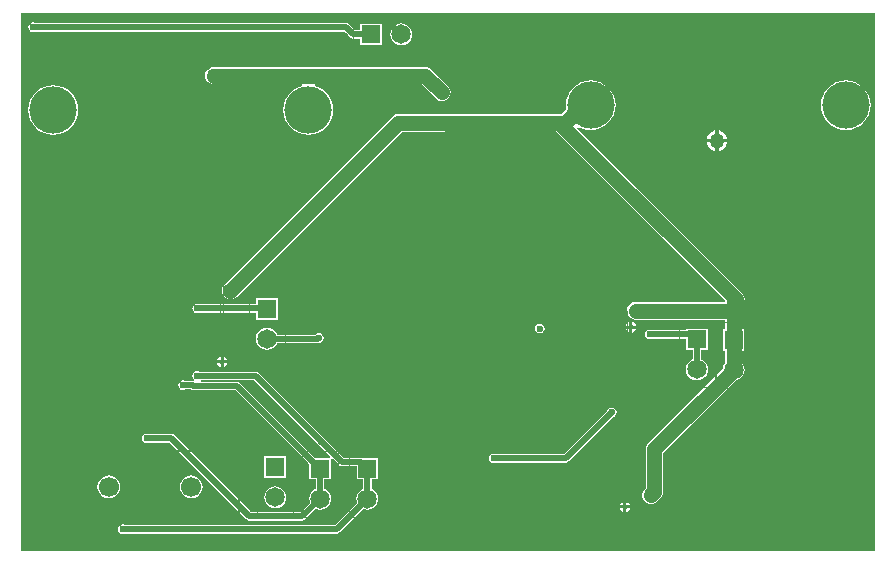
<source format=gbl>
G04*
G04 #@! TF.GenerationSoftware,Altium Limited,Altium Designer,19.1.8 (144)*
G04*
G04 Layer_Physical_Order=2*
G04 Layer_Color=16711680*
%FSLAX42Y42*%
%MOMM*%
G71*
G01*
G75*
%ADD12C,0.20*%
%ADD13C,0.13*%
%ADD15C,0.10*%
%ADD16C,0.05*%
%ADD43C,0.50*%
%ADD44C,1.27*%
%ADD47C,1.65*%
%ADD48R,1.65X1.65*%
%ADD49R,1.65X1.65*%
%ADD50C,4.00*%
%ADD51C,1.70*%
%ADD52C,0.40*%
%ADD53C,1.27*%
%ADD54C,0.60*%
G36*
X7260Y30D02*
X30D01*
Y4580D01*
X7260D01*
Y30D01*
D02*
G37*
%LPC*%
G36*
X130Y4501D02*
X114Y4498D01*
X101Y4489D01*
X92Y4476D01*
X89Y4460D01*
X92Y4444D01*
X101Y4431D01*
X114Y4422D01*
X130Y4419D01*
X146Y4422D01*
X149Y4424D01*
X2761D01*
X2810Y4375D01*
X2822Y4367D01*
X2835Y4364D01*
X2901D01*
Y4307D01*
X3086D01*
Y4492D01*
X2901D01*
Y4436D01*
X2850D01*
X2801Y4485D01*
X2789Y4493D01*
X2775Y4496D01*
X149D01*
X146Y4498D01*
X130Y4501D01*
D02*
G37*
G36*
X3247Y4493D02*
X3223Y4490D01*
X3200Y4481D01*
X3181Y4466D01*
X3166Y4447D01*
X3157Y4424D01*
X3154Y4400D01*
X3157Y4376D01*
X3166Y4353D01*
X3181Y4334D01*
X3200Y4319D01*
X3223Y4310D01*
X3247Y4307D01*
X3271Y4310D01*
X3294Y4319D01*
X3313Y4334D01*
X3328Y4353D01*
X3337Y4376D01*
X3340Y4400D01*
X3337Y4424D01*
X3328Y4447D01*
X3313Y4466D01*
X3294Y4481D01*
X3271Y4490D01*
X3247Y4493D01*
D02*
G37*
G36*
X3450Y4124D02*
X1660D01*
X1641Y4122D01*
X1623Y4114D01*
X1608Y4102D01*
X1596Y4087D01*
X1588Y4069D01*
X1586Y4050D01*
X1588Y4031D01*
X1596Y4013D01*
X1608Y3998D01*
X1623Y3986D01*
X1641Y3978D01*
X1660Y3976D01*
X2404D01*
X2406Y3963D01*
X2379Y3955D01*
X2343Y3935D01*
X2311Y3909D01*
X2285Y3877D01*
X2265Y3841D01*
X2253Y3801D01*
X2249Y3760D01*
X2253Y3719D01*
X2265Y3679D01*
X2285Y3643D01*
X2311Y3611D01*
X2343Y3585D01*
X2379Y3565D01*
X2419Y3553D01*
X2460Y3549D01*
X2501Y3553D01*
X2541Y3565D01*
X2577Y3585D01*
X2609Y3611D01*
X2635Y3643D01*
X2655Y3679D01*
X2667Y3719D01*
X2671Y3760D01*
X2667Y3801D01*
X2655Y3841D01*
X2635Y3877D01*
X2609Y3909D01*
X2577Y3935D01*
X2541Y3955D01*
X2514Y3963D01*
X2516Y3976D01*
X3419D01*
X3538Y3858D01*
X3553Y3846D01*
X3571Y3838D01*
X3590Y3836D01*
X3609Y3838D01*
X3627Y3846D01*
X3642Y3858D01*
X3654Y3873D01*
X3662Y3891D01*
X3664Y3910D01*
X3662Y3929D01*
X3654Y3947D01*
X3642Y3962D01*
X3502Y4102D01*
X3487Y4114D01*
X3487Y4114D01*
X3480Y4117D01*
X3469Y4122D01*
X3465Y4122D01*
X3450Y4124D01*
D02*
G37*
G36*
X4850Y4011D02*
X4809Y4007D01*
X4769Y3995D01*
X4733Y3975D01*
X4701Y3949D01*
X4675Y3917D01*
X4655Y3881D01*
X4643Y3841D01*
X4639Y3800D01*
X4642Y3771D01*
X4600Y3728D01*
X3594D01*
X3594Y3728D01*
X3594Y3728D01*
X3585Y3727D01*
X3575Y3726D01*
X3575Y3726D01*
X3575Y3726D01*
X3571Y3724D01*
X3220D01*
X3201Y3722D01*
X3183Y3714D01*
X3168Y3702D01*
X1748Y2282D01*
X1736Y2267D01*
X1728Y2249D01*
X1726Y2230D01*
X1728Y2211D01*
X1736Y2193D01*
X1748Y2178D01*
X1763Y2166D01*
X1781Y2158D01*
X1800Y2156D01*
X1819Y2158D01*
X1837Y2166D01*
X1852Y2178D01*
X3251Y3576D01*
X3590D01*
X3590Y3576D01*
X3590Y3576D01*
X3600Y3577D01*
X3609Y3578D01*
X3609Y3578D01*
X3609Y3578D01*
X3613Y3580D01*
X4555D01*
X5987Y2148D01*
X5986Y2140D01*
Y2134D01*
X5230D01*
X5230Y2134D01*
X5211Y2132D01*
X5193Y2124D01*
X5178Y2112D01*
X5166Y2097D01*
X5158Y2079D01*
X5156Y2060D01*
X5158Y2041D01*
X5166Y2023D01*
X5178Y2008D01*
X5193Y1996D01*
X5211Y1988D01*
X5230Y1986D01*
X5986D01*
Y1907D01*
X5967D01*
Y1722D01*
X5986D01*
Y1615D01*
X5979Y1607D01*
X5970Y1584D01*
X5968Y1573D01*
X5338Y942D01*
X5326Y927D01*
X5318Y909D01*
X5316Y890D01*
Y561D01*
X5308Y552D01*
X5301Y544D01*
X5296Y537D01*
X5296Y537D01*
X5296Y537D01*
X5292Y529D01*
X5288Y519D01*
X5288Y519D01*
X5288Y519D01*
X5287Y511D01*
X5286Y500D01*
X5286Y500D01*
X5286Y500D01*
X5287Y490D01*
X5288Y481D01*
X5288Y481D01*
X5288Y481D01*
X5292Y472D01*
X5296Y463D01*
X5296Y463D01*
X5296Y463D01*
X5302Y454D01*
X5308Y448D01*
X5308Y448D01*
X5308Y448D01*
X5316Y441D01*
X5323Y436D01*
X5323Y436D01*
X5323Y436D01*
X5331Y432D01*
X5341Y428D01*
X5341Y428D01*
X5341Y428D01*
X5349Y427D01*
X5360Y426D01*
X5360Y426D01*
X5360Y426D01*
X5370Y427D01*
X5379Y428D01*
X5379Y428D01*
X5379Y428D01*
X5388Y432D01*
X5397Y436D01*
X5397Y436D01*
X5397Y436D01*
X5406Y442D01*
X5412Y448D01*
X5412Y448D01*
X5412Y448D01*
X5442Y478D01*
X5449Y486D01*
X5454Y493D01*
X5454Y493D01*
X5454Y493D01*
X5458Y502D01*
X5462Y511D01*
X5462Y511D01*
X5462Y511D01*
X5463Y520D01*
X5464Y530D01*
Y859D01*
X6073Y1468D01*
X6084Y1470D01*
X6107Y1479D01*
X6126Y1494D01*
X6141Y1513D01*
X6150Y1536D01*
X6153Y1560D01*
X6150Y1584D01*
X6141Y1607D01*
X6134Y1615D01*
Y1722D01*
X6152D01*
Y1907D01*
X6134D01*
Y2060D01*
Y2110D01*
X6144Y2123D01*
X6152Y2141D01*
X6154Y2160D01*
X6152Y2179D01*
X6144Y2197D01*
X6132Y2212D01*
X4737Y3608D01*
X4745Y3618D01*
X4769Y3605D01*
X4809Y3593D01*
X4850Y3589D01*
X4891Y3593D01*
X4931Y3605D01*
X4967Y3625D01*
X4999Y3651D01*
X5025Y3683D01*
X5045Y3719D01*
X5057Y3759D01*
X5061Y3800D01*
X5057Y3841D01*
X5045Y3881D01*
X5025Y3917D01*
X4999Y3949D01*
X4967Y3975D01*
X4931Y3995D01*
X4891Y4007D01*
X4850Y4011D01*
D02*
G37*
G36*
X7010D02*
X6969Y4007D01*
X6929Y3995D01*
X6893Y3975D01*
X6861Y3949D01*
X6835Y3917D01*
X6815Y3881D01*
X6803Y3841D01*
X6799Y3800D01*
X6803Y3759D01*
X6815Y3719D01*
X6835Y3683D01*
X6861Y3651D01*
X6893Y3625D01*
X6929Y3605D01*
X6969Y3593D01*
X7010Y3589D01*
X7051Y3593D01*
X7091Y3605D01*
X7127Y3625D01*
X7159Y3651D01*
X7185Y3683D01*
X7205Y3719D01*
X7217Y3759D01*
X7221Y3800D01*
X7217Y3841D01*
X7205Y3881D01*
X7185Y3917D01*
X7159Y3949D01*
X7127Y3975D01*
X7091Y3995D01*
X7051Y4007D01*
X7010Y4011D01*
D02*
G37*
G36*
X300Y3971D02*
X259Y3967D01*
X219Y3955D01*
X183Y3935D01*
X151Y3909D01*
X125Y3877D01*
X105Y3841D01*
X93Y3801D01*
X89Y3760D01*
X93Y3719D01*
X105Y3679D01*
X125Y3643D01*
X151Y3611D01*
X183Y3585D01*
X219Y3565D01*
X259Y3553D01*
X300Y3549D01*
X341Y3553D01*
X381Y3565D01*
X417Y3585D01*
X449Y3611D01*
X475Y3643D01*
X495Y3679D01*
X507Y3719D01*
X511Y3760D01*
X507Y3801D01*
X495Y3841D01*
X475Y3877D01*
X449Y3909D01*
X417Y3935D01*
X381Y3955D01*
X341Y3967D01*
X300Y3971D01*
D02*
G37*
G36*
X5933Y3588D02*
Y3513D01*
X6008D01*
X6007Y3523D01*
X5998Y3545D01*
X5983Y3563D01*
X5965Y3578D01*
X5943Y3587D01*
X5933Y3588D01*
D02*
G37*
G36*
X5907D02*
X5897Y3587D01*
X5875Y3578D01*
X5857Y3563D01*
X5842Y3545D01*
X5833Y3523D01*
X5832Y3513D01*
X5907D01*
Y3588D01*
D02*
G37*
G36*
X6008Y3487D02*
X5933D01*
Y3412D01*
X5943Y3413D01*
X5965Y3422D01*
X5983Y3437D01*
X5998Y3455D01*
X6007Y3477D01*
X6008Y3487D01*
D02*
G37*
G36*
X5907D02*
X5832D01*
X5833Y3477D01*
X5842Y3455D01*
X5857Y3437D01*
X5875Y3422D01*
X5897Y3413D01*
X5907Y3412D01*
Y3487D01*
D02*
G37*
G36*
X2202Y2169D02*
X2017D01*
Y2116D01*
X1539D01*
X1536Y2118D01*
X1520Y2121D01*
X1504Y2118D01*
X1491Y2109D01*
X1482Y2096D01*
X1479Y2080D01*
X1482Y2064D01*
X1491Y2051D01*
X1504Y2042D01*
X1520Y2039D01*
X1536Y2042D01*
X1539Y2044D01*
X2017D01*
Y1984D01*
X2202D01*
Y2169D01*
D02*
G37*
G36*
X5203Y1964D02*
Y1933D01*
X5234D01*
X5233Y1938D01*
X5223Y1953D01*
X5208Y1963D01*
X5203Y1964D01*
D02*
G37*
G36*
X5177D02*
X5172Y1963D01*
X5157Y1953D01*
X5147Y1938D01*
X5146Y1933D01*
X5177D01*
Y1964D01*
D02*
G37*
G36*
X5842Y1909D02*
X5657D01*
Y1896D01*
X5369D01*
X5366Y1898D01*
X5350Y1901D01*
X5334Y1898D01*
X5321Y1889D01*
X5312Y1876D01*
X5309Y1860D01*
X5312Y1844D01*
X5321Y1831D01*
X5334Y1822D01*
X5350Y1819D01*
X5366Y1822D01*
X5369Y1824D01*
X5657D01*
Y1724D01*
X5714D01*
Y1648D01*
X5703Y1644D01*
X5684Y1629D01*
X5669Y1610D01*
X5660Y1587D01*
X5657Y1563D01*
X5660Y1539D01*
X5669Y1516D01*
X5684Y1497D01*
X5703Y1482D01*
X5726Y1473D01*
X5750Y1470D01*
X5774Y1473D01*
X5797Y1482D01*
X5816Y1497D01*
X5831Y1516D01*
X5840Y1539D01*
X5843Y1563D01*
X5840Y1587D01*
X5831Y1610D01*
X5816Y1629D01*
X5797Y1644D01*
X5786Y1648D01*
Y1724D01*
X5842D01*
Y1909D01*
D02*
G37*
G36*
X5234Y1907D02*
X5203D01*
Y1876D01*
X5208Y1877D01*
X5223Y1887D01*
X5233Y1902D01*
X5234Y1907D01*
D02*
G37*
G36*
X5177D02*
X5146D01*
X5147Y1902D01*
X5157Y1887D01*
X5172Y1877D01*
X5177Y1876D01*
Y1907D01*
D02*
G37*
G36*
X4420Y1951D02*
X4404Y1948D01*
X4391Y1939D01*
X4382Y1926D01*
X4379Y1910D01*
X4382Y1894D01*
X4391Y1881D01*
X4404Y1872D01*
X4420Y1869D01*
X4436Y1872D01*
X4449Y1881D01*
X4458Y1894D01*
X4461Y1910D01*
X4458Y1926D01*
X4449Y1939D01*
X4436Y1948D01*
X4420Y1951D01*
D02*
G37*
G36*
X2110Y1916D02*
X2086Y1913D01*
X2063Y1904D01*
X2044Y1889D01*
X2029Y1870D01*
X2020Y1847D01*
X2017Y1823D01*
X2020Y1799D01*
X2029Y1776D01*
X2044Y1757D01*
X2063Y1742D01*
X2086Y1733D01*
X2110Y1730D01*
X2134Y1733D01*
X2157Y1742D01*
X2176Y1757D01*
X2191Y1776D01*
X2195Y1787D01*
X2543D01*
X2557Y1790D01*
X2558Y1791D01*
X2566Y1792D01*
X2579Y1801D01*
X2588Y1814D01*
X2591Y1830D01*
X2588Y1846D01*
X2579Y1859D01*
X2566Y1868D01*
X2550Y1871D01*
X2534Y1868D01*
X2521Y1859D01*
X2521Y1859D01*
X2195D01*
X2191Y1870D01*
X2176Y1889D01*
X2157Y1904D01*
X2134Y1913D01*
X2110Y1916D01*
D02*
G37*
G36*
X1743Y1674D02*
Y1643D01*
X1774D01*
X1773Y1648D01*
X1763Y1663D01*
X1748Y1673D01*
X1743Y1674D01*
D02*
G37*
G36*
X1717D02*
X1712Y1673D01*
X1697Y1663D01*
X1687Y1648D01*
X1686Y1643D01*
X1717D01*
Y1674D01*
D02*
G37*
G36*
X1774Y1617D02*
X1743D01*
Y1586D01*
X1748Y1587D01*
X1763Y1597D01*
X1773Y1612D01*
X1774Y1617D01*
D02*
G37*
G36*
X1717D02*
X1686D01*
X1687Y1612D01*
X1697Y1597D01*
X1712Y1587D01*
X1717Y1586D01*
Y1617D01*
D02*
G37*
G36*
X1520Y1551D02*
X1504Y1548D01*
X1491Y1539D01*
X1482Y1526D01*
X1479Y1510D01*
X1482Y1494D01*
X1491Y1481D01*
X1493Y1480D01*
X1494Y1478D01*
X1493Y1464D01*
X1492Y1463D01*
X1487Y1464D01*
X1480Y1466D01*
X1419D01*
X1416Y1468D01*
X1400Y1471D01*
X1384Y1468D01*
X1371Y1459D01*
X1362Y1446D01*
X1359Y1430D01*
X1362Y1414D01*
X1371Y1401D01*
X1384Y1392D01*
X1400Y1389D01*
X1416Y1392D01*
X1419Y1394D01*
X1468D01*
X1471Y1392D01*
X1471Y1392D01*
X1471Y1392D01*
X1478Y1391D01*
X1485Y1389D01*
X1844D01*
X2468Y766D01*
Y632D01*
X2524D01*
Y555D01*
X2513Y551D01*
X2494Y536D01*
X2479Y517D01*
X2470Y494D01*
X2467Y470D01*
X2470Y446D01*
X2474Y435D01*
X2395Y356D01*
X1976D01*
X1327Y1005D01*
X1315Y1013D01*
X1301Y1016D01*
X1109D01*
X1106Y1018D01*
X1090Y1021D01*
X1074Y1018D01*
X1061Y1009D01*
X1052Y996D01*
X1049Y980D01*
X1052Y964D01*
X1061Y951D01*
X1074Y942D01*
X1090Y939D01*
X1106Y942D01*
X1109Y944D01*
X1287D01*
X1936Y295D01*
X1948Y287D01*
X1961Y284D01*
X2410D01*
X2424Y287D01*
X2435Y295D01*
X2525Y384D01*
X2536Y380D01*
X2560Y377D01*
X2584Y380D01*
X2607Y389D01*
X2626Y404D01*
X2641Y423D01*
X2650Y446D01*
X2653Y470D01*
X2650Y494D01*
X2641Y517D01*
X2626Y536D01*
X2607Y551D01*
X2596Y555D01*
Y632D01*
X2653D01*
Y806D01*
X2665Y811D01*
X2720Y756D01*
X2732Y749D01*
X2745Y746D01*
X2868D01*
Y632D01*
X2924D01*
Y555D01*
X2913Y551D01*
X2894Y536D01*
X2879Y517D01*
X2870Y494D01*
X2867Y470D01*
X2870Y446D01*
X2874Y435D01*
X2685Y246D01*
X909D01*
X906Y248D01*
X890Y251D01*
X874Y248D01*
X861Y239D01*
X852Y226D01*
X849Y210D01*
X852Y194D01*
X861Y181D01*
X874Y172D01*
X890Y169D01*
X906Y172D01*
X909Y174D01*
X2700D01*
X2714Y177D01*
X2725Y185D01*
X2925Y384D01*
X2936Y380D01*
X2960Y377D01*
X2984Y380D01*
X3007Y389D01*
X3026Y404D01*
X3041Y423D01*
X3050Y446D01*
X3053Y470D01*
X3050Y494D01*
X3041Y517D01*
X3026Y536D01*
X3007Y551D01*
X2996Y555D01*
Y632D01*
X3053D01*
Y816D01*
X2906D01*
X2902Y817D01*
X2760D01*
X2042Y1535D01*
X2030Y1543D01*
X2017Y1546D01*
X1539D01*
X1536Y1548D01*
X1520Y1551D01*
D02*
G37*
G36*
X5030Y1241D02*
X5014Y1238D01*
X5001Y1229D01*
X4992Y1216D01*
X4992Y1212D01*
X4625Y846D01*
X4049D01*
X4046Y848D01*
X4030Y851D01*
X4014Y848D01*
X4001Y839D01*
X3992Y826D01*
X3989Y810D01*
X3992Y794D01*
X4001Y781D01*
X4014Y772D01*
X4030Y769D01*
X4046Y772D01*
X4049Y774D01*
X4640D01*
X4654Y777D01*
X4665Y785D01*
X5042Y1162D01*
X5046Y1162D01*
X5059Y1171D01*
X5068Y1184D01*
X5071Y1200D01*
X5068Y1216D01*
X5059Y1229D01*
X5046Y1238D01*
X5030Y1241D01*
D02*
G37*
G36*
X2273Y827D02*
X2088D01*
Y642D01*
X2273D01*
Y827D01*
D02*
G37*
G36*
X1470Y666D02*
X1445Y663D01*
X1422Y653D01*
X1402Y638D01*
X1387Y618D01*
X1377Y595D01*
X1374Y570D01*
X1377Y545D01*
X1387Y522D01*
X1402Y502D01*
X1422Y487D01*
X1445Y477D01*
X1470Y474D01*
X1495Y477D01*
X1518Y487D01*
X1538Y502D01*
X1553Y522D01*
X1563Y545D01*
X1566Y570D01*
X1563Y595D01*
X1553Y618D01*
X1538Y638D01*
X1518Y653D01*
X1495Y663D01*
X1470Y666D01*
D02*
G37*
G36*
X770D02*
X745Y663D01*
X722Y653D01*
X702Y638D01*
X687Y618D01*
X677Y595D01*
X674Y570D01*
X677Y545D01*
X687Y522D01*
X702Y502D01*
X722Y487D01*
X745Y477D01*
X770Y474D01*
X795Y477D01*
X818Y487D01*
X838Y502D01*
X853Y522D01*
X863Y545D01*
X866Y570D01*
X863Y595D01*
X853Y618D01*
X838Y638D01*
X818Y653D01*
X795Y663D01*
X770Y666D01*
D02*
G37*
G36*
X5153Y444D02*
Y413D01*
X5184D01*
X5183Y418D01*
X5173Y433D01*
X5158Y443D01*
X5153Y444D01*
D02*
G37*
G36*
X5127D02*
X5122Y443D01*
X5107Y433D01*
X5097Y418D01*
X5096Y413D01*
X5127D01*
Y444D01*
D02*
G37*
G36*
X2180Y573D02*
X2156Y570D01*
X2133Y561D01*
X2114Y546D01*
X2099Y527D01*
X2090Y504D01*
X2087Y480D01*
X2090Y456D01*
X2099Y433D01*
X2114Y414D01*
X2133Y399D01*
X2156Y390D01*
X2180Y387D01*
X2204Y390D01*
X2227Y399D01*
X2246Y414D01*
X2261Y433D01*
X2270Y456D01*
X2273Y480D01*
X2270Y504D01*
X2261Y527D01*
X2246Y546D01*
X2227Y561D01*
X2204Y570D01*
X2180Y573D01*
D02*
G37*
G36*
X5184Y387D02*
X5153D01*
Y356D01*
X5158Y357D01*
X5173Y367D01*
X5183Y382D01*
X5184Y387D01*
D02*
G37*
G36*
X5127D02*
X5096D01*
X5097Y382D01*
X5107Y367D01*
X5122Y357D01*
X5127Y356D01*
Y387D01*
D02*
G37*
%LPD*%
G36*
X2647Y829D02*
X2642Y816D01*
X2518D01*
X1884Y1450D01*
X1873Y1458D01*
X1859Y1461D01*
X1553D01*
X1550Y1465D01*
X1548Y1473D01*
X1550Y1474D01*
X2002D01*
X2647Y829D01*
D02*
G37*
D12*
X350Y240D02*
G03*
X350Y240I-10J0D01*
G01*
D02*
G03*
X350Y240I-10J0D01*
G01*
X2790Y4400D02*
G03*
X2790Y4400I-10J0D01*
G01*
D02*
G03*
X2790Y4400I-10J0D01*
G01*
X2120Y2290D02*
G03*
X2120Y2290I-10J0D01*
G01*
D02*
G03*
X2120Y2290I-10J0D01*
G01*
X6070Y2027D02*
G03*
X6070Y2027I-10J0D01*
G01*
D02*
G03*
X6070Y2027I-10J0D01*
G01*
X2970Y937D02*
G03*
X2970Y937I-10J0D01*
G01*
D02*
G03*
X2970Y937I-10J0D01*
G01*
X2570D02*
G03*
X2570Y937I-10J0D01*
G01*
D02*
G03*
X2570Y937I-10J0D01*
G01*
X2190Y947D02*
G03*
X2190Y947I-10J0D01*
G01*
D02*
G03*
X2190Y947I-10J0D01*
G01*
X5760Y2030D02*
G03*
X5760Y2030I-10J0D01*
G01*
D02*
G03*
X5760Y2030I-10J0D01*
G01*
D13*
X170Y320D02*
X420D01*
X170D02*
Y820D01*
X420D01*
Y270D02*
X1870D01*
Y870D01*
X420D02*
X1870D01*
X420Y270D02*
Y870D01*
X170Y320D02*
X420D01*
X170D02*
Y820D01*
X420D01*
Y270D02*
X1870D01*
Y870D01*
X420D02*
X1870D01*
X420Y270D02*
Y870D01*
D15*
X1350Y1840D02*
G03*
X1350Y1840I-50J0D01*
G01*
X1710Y1750D02*
Y2150D01*
X1210Y1750D02*
Y2150D01*
X1710D01*
X1210Y1750D02*
X1710D01*
X4910Y2028D02*
X5050D01*
X4910Y1813D02*
X5050D01*
X4910D02*
Y2028D01*
X5050Y1813D02*
Y2028D01*
X5032Y550D02*
X5247D01*
X5032Y690D02*
X5247D01*
X5032Y550D02*
Y690D01*
X5247Y550D02*
Y690D01*
X1410Y1950D02*
X1510D01*
X1460Y1900D02*
Y2000D01*
X4980Y1870D02*
Y1970D01*
X4930Y1920D02*
X5030D01*
X5140Y570D02*
Y670D01*
X5090Y620D02*
X5190D01*
D16*
X2841Y4248D02*
Y4552D01*
Y4248D02*
X3399D01*
Y4552D01*
X2841D02*
X3399D01*
X1735Y1580D02*
Y2320D01*
X1185Y1580D02*
Y2320D01*
X1735D01*
X1185Y1580D02*
X1735D01*
X1958Y2229D02*
X2262D01*
X1958Y1671D02*
Y2229D01*
Y1671D02*
X2262D01*
Y2229D01*
X4800Y2055D02*
X5160D01*
X4800Y1785D02*
X5160D01*
X4800D02*
Y2055D01*
X5160Y1785D02*
Y2055D01*
X5908Y1966D02*
X6212D01*
X5908Y1408D02*
Y1966D01*
Y1408D02*
X6212D01*
Y1966D01*
X3112Y318D02*
Y876D01*
X2808Y318D02*
X3112D01*
X2808D02*
Y876D01*
X3112D01*
X2712Y318D02*
Y876D01*
X2408Y318D02*
X2712D01*
X2408D02*
Y876D01*
X2712D01*
X2332Y328D02*
Y886D01*
X2028Y328D02*
X2332D01*
X2028D02*
Y886D01*
X2332D01*
X5598Y1969D02*
X5902D01*
X5598Y1411D02*
Y1969D01*
Y1411D02*
X5902D01*
Y1969D01*
X5005Y440D02*
X5275D01*
X5005Y800D02*
X5275D01*
X5005Y440D02*
Y800D01*
X5275Y440D02*
Y800D01*
D43*
X1520Y2080D02*
X2107D01*
X5350Y1860D02*
X5707D01*
X5750Y1817D01*
Y1563D02*
Y1817D01*
X2543Y1823D02*
X2550Y1830D01*
X2110Y1823D02*
X2543D01*
X2107Y2080D02*
X2110Y2077D01*
X1400Y1430D02*
X1480D01*
X1485Y1425D01*
X1859D01*
X2560Y724D01*
X4640Y810D02*
X5030Y1200D01*
X4030Y810D02*
X4640D01*
X1961Y320D02*
X2410D01*
X2560Y470D01*
X1301Y980D02*
X1961Y320D01*
X1090Y980D02*
X1301D01*
X1520Y1510D02*
X2017D01*
X2745Y781D01*
X2902D01*
X2960Y724D01*
Y470D02*
Y724D01*
X2700Y210D02*
X2960Y470D01*
X890Y210D02*
X2700D01*
X2560Y470D02*
Y724D01*
X2775Y4460D02*
X2835Y4400D01*
X130Y4460D02*
X2775D01*
X2835Y4400D02*
X2993D01*
D44*
X5230Y2060D02*
X5230Y2060D01*
X6060D01*
X5360Y500D02*
X5390Y530D01*
X1800Y2230D02*
X3220Y3650D01*
X3590D01*
X5390Y530D02*
Y890D01*
X6060Y1560D01*
Y2060D02*
Y2140D01*
Y1814D02*
Y2060D01*
X3450Y4050D02*
X3590Y3910D01*
X1660Y4050D02*
X3450D01*
X4586Y3654D02*
X6080Y2160D01*
X4586Y3654D02*
X4630D01*
X3594D02*
X4586D01*
X3590Y3650D02*
X3594Y3654D01*
X4630D02*
X4776Y3800D01*
X4850D01*
X6060Y1560D02*
Y1814D01*
Y2140D02*
X6080Y2160D01*
D47*
X3247Y4400D02*
D03*
X2110Y1823D02*
D03*
X6060Y1560D02*
D03*
X2960Y470D02*
D03*
X2560D02*
D03*
X2180Y480D02*
D03*
X5750Y1563D02*
D03*
D48*
X2993Y4400D02*
D03*
D49*
X2110Y2077D02*
D03*
X6060Y1814D02*
D03*
X2960Y724D02*
D03*
X2560D02*
D03*
X2180Y734D02*
D03*
X5750Y1817D02*
D03*
D50*
X7010Y3800D02*
D03*
X4850D02*
D03*
X300Y3760D02*
D03*
X2460D02*
D03*
D51*
X1470Y570D02*
D03*
X770D02*
D03*
D52*
X5230Y2060D02*
D03*
X5190Y1920D02*
D03*
X1730Y1630D02*
D03*
X5140Y400D02*
D03*
D53*
X5920Y3500D02*
D03*
X5360Y500D02*
D03*
X1800Y2230D02*
D03*
X1660Y4050D02*
D03*
D54*
X1520Y2080D02*
D03*
X5350Y1860D02*
D03*
X3590Y3650D02*
D03*
Y3910D02*
D03*
X4420Y1910D02*
D03*
X2550Y1830D02*
D03*
X1400Y1430D02*
D03*
X5030Y1200D02*
D03*
X4030Y810D02*
D03*
X1090Y980D02*
D03*
X1520Y1510D02*
D03*
X890Y210D02*
D03*
X130Y4460D02*
D03*
M02*

</source>
